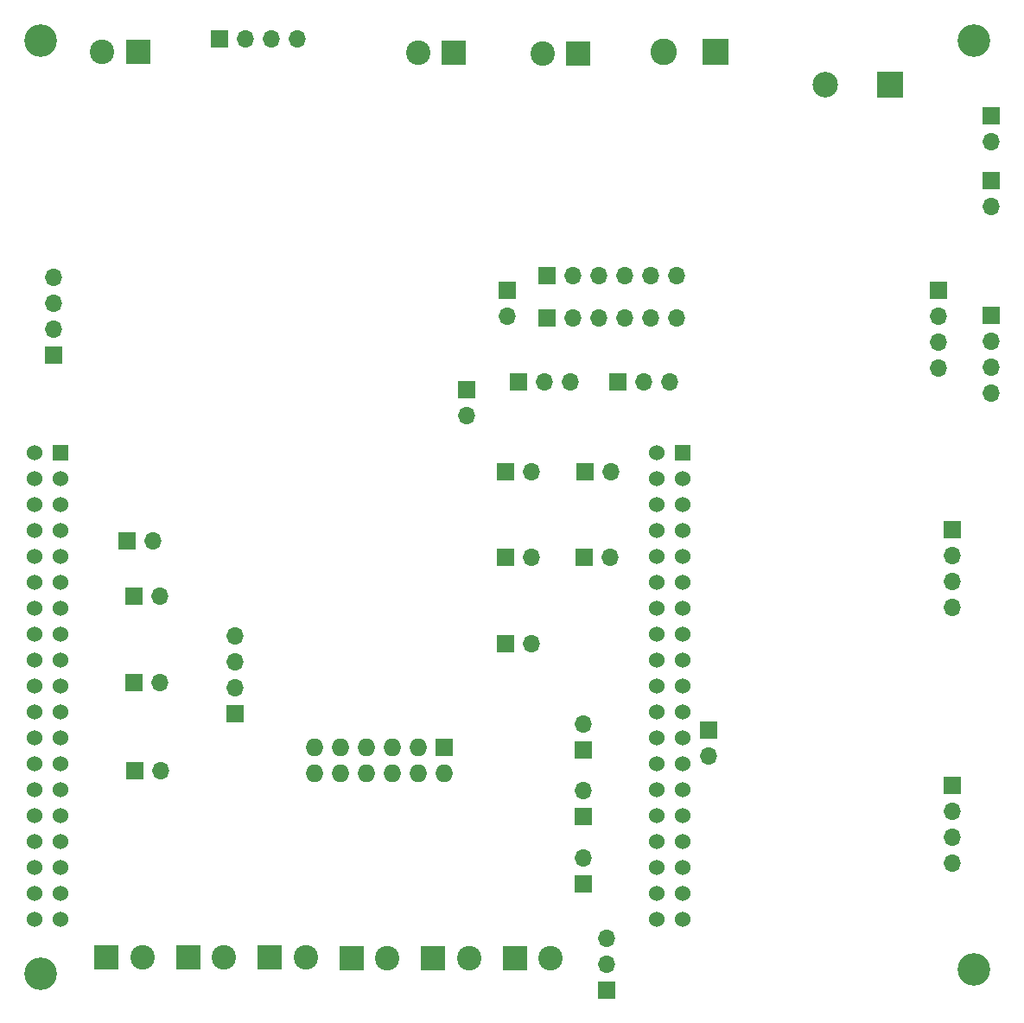
<source format=gbs>
%TF.GenerationSoftware,KiCad,Pcbnew,6.0.0-unknown-952108d~86~ubuntu19.04.1*%
%TF.CreationDate,2019-05-19T01:32:47-07:00*%
%TF.ProjectId,PrntrBoardV1,50726e74-7242-46f6-9172-6456312e6b69,rev?*%
%TF.SameCoordinates,PX1303eb8PY7093f24*%
%TF.FileFunction,Soldermask,Bot*%
%TF.FilePolarity,Negative*%
%FSLAX46Y46*%
G04 Gerber Fmt 4.6, Leading zero omitted, Abs format (unit mm)*
G04 Created by KiCad (PCBNEW 6.0.0-unknown-952108d~86~ubuntu19.04.1) date 2019-05-19 01:32:47*
%MOMM*%
%LPD*%
G04 APERTURE LIST*
%ADD10O,1.700000X1.700000*%
%ADD11R,1.700000X1.700000*%
%ADD12C,2.500000*%
%ADD13R,2.500000X2.500000*%
%ADD14O,1.727200X1.727200*%
%ADD15R,1.727200X1.727200*%
%ADD16C,1.524000*%
%ADD17R,1.524000X1.524000*%
%ADD18C,3.200000*%
%ADD19R,2.600000X2.600000*%
%ADD20C,2.600000*%
%ADD21R,2.400000X2.400000*%
%ADD22C,2.400000*%
G04 APERTURE END LIST*
D10*
X49311000Y68046500D03*
D11*
X49311000Y70586500D03*
D10*
X45311000Y58296500D03*
D11*
X45311000Y60836500D03*
D12*
X80511000Y90746500D03*
D13*
X86861000Y90746500D03*
D14*
X30416500Y23241000D03*
X30416500Y25781000D03*
X32956500Y23241000D03*
X32956500Y25781000D03*
X35496500Y23241000D03*
X35496500Y25781000D03*
X38036500Y23241000D03*
X38036500Y25781000D03*
X40576500Y23241000D03*
X40576500Y25781000D03*
X43116500Y23241000D03*
D15*
X43116500Y25781000D03*
D10*
X96710500Y78803500D03*
D11*
X96710500Y81343500D03*
D10*
X96710500Y85153500D03*
D11*
X96710500Y87693500D03*
D16*
X63981000Y54616500D03*
X63981000Y52076500D03*
X63981000Y49536500D03*
X63981000Y46996500D03*
X63981000Y44456500D03*
X63981000Y41916500D03*
X63981000Y39376500D03*
X63981000Y36836500D03*
X63981000Y34296500D03*
X63981000Y31756500D03*
X63981000Y29216500D03*
X63981000Y26676500D03*
X63981000Y24136500D03*
X63981000Y21596500D03*
X63981000Y19056500D03*
X63981000Y16516500D03*
X63981000Y13976500D03*
X63981000Y11436500D03*
D17*
X66521000Y54616500D03*
D16*
X66521000Y52076500D03*
X66521000Y49536500D03*
X66521000Y46996500D03*
X66521000Y44456500D03*
X66521000Y41916500D03*
X66521000Y39376500D03*
X66521000Y36836500D03*
X66521000Y34296500D03*
X66521000Y31756500D03*
X66521000Y29216500D03*
X66521000Y26676500D03*
X66521000Y24136500D03*
X66521000Y21596500D03*
X66521000Y19056500D03*
X66521000Y16516500D03*
X66521000Y13976500D03*
X66521000Y11436500D03*
D17*
X5561000Y54616500D03*
D16*
X5561000Y52076500D03*
X5561000Y49536500D03*
X5561000Y46996500D03*
X5561000Y44456500D03*
X5561000Y41916500D03*
X5561000Y39376500D03*
X5561000Y36836500D03*
X5561000Y34296500D03*
X5561000Y31756500D03*
X5561000Y29216500D03*
X5561000Y26676500D03*
X5561000Y24136500D03*
X5561000Y21596500D03*
X5561000Y19056500D03*
X5561000Y16516500D03*
X5561000Y13976500D03*
X5561000Y11436500D03*
X3021000Y54616500D03*
X3021000Y52076500D03*
X3021000Y49536500D03*
X3021000Y46996500D03*
X3021000Y44456500D03*
X3021000Y41916500D03*
X3021000Y39376500D03*
X3021000Y36836500D03*
X3021000Y34296500D03*
X3021000Y31756500D03*
X3021000Y29216500D03*
X3021000Y26676500D03*
X3021000Y24136500D03*
X3021000Y21596500D03*
X3021000Y19056500D03*
X3021000Y16516500D03*
X3021000Y13976500D03*
X3021000Y11436500D03*
X5561000Y8896500D03*
X3021000Y8896500D03*
X63981000Y8896500D03*
X66521000Y8896500D03*
D10*
X55549800Y61582300D03*
X53009800Y61582300D03*
D11*
X50469800Y61582300D03*
D10*
X65252600Y61633100D03*
X62712600Y61633100D03*
D11*
X60172600Y61633100D03*
D10*
X65963800Y67830700D03*
X63423800Y67830700D03*
X60883800Y67830700D03*
X58343800Y67830700D03*
X55803800Y67830700D03*
D11*
X53263800Y67830700D03*
D10*
X65913000Y71970900D03*
X63373000Y71970900D03*
X60833000Y71970900D03*
X58293000Y71970900D03*
X55753000Y71970900D03*
D11*
X53213000Y71970900D03*
D10*
X14601000Y46046500D03*
D11*
X12061000Y46046500D03*
D10*
X69061000Y24896500D03*
D11*
X69061000Y27436500D03*
D18*
X3619500Y3619500D03*
D19*
X69710300Y93916500D03*
D20*
X64630300Y93916500D03*
D21*
X44094400Y93891100D03*
D22*
X40594400Y93891100D03*
D21*
X56299100Y93738700D03*
D22*
X52799100Y93738700D03*
D21*
X10061000Y5168900D03*
D22*
X13561000Y5168900D03*
D21*
X42061000Y5157000D03*
D22*
X45561000Y5157000D03*
D21*
X50061000Y5157000D03*
D22*
X53561000Y5157000D03*
D21*
X34061000Y5157000D03*
D22*
X37561000Y5157000D03*
D21*
X18061000Y5165600D03*
D22*
X21561000Y5165600D03*
D21*
X13161000Y93916500D03*
D22*
X9661000Y93916500D03*
D21*
X26061000Y5168900D03*
D22*
X29561000Y5168900D03*
D10*
X51702000Y44388000D03*
D11*
X49162000Y44388000D03*
D10*
X51714700Y35967900D03*
D11*
X49174700Y35967900D03*
D10*
X56757400Y21534700D03*
D11*
X56757400Y18994700D03*
D10*
X56757400Y14956100D03*
D11*
X56757400Y12416100D03*
D10*
X59436300Y44362600D03*
D11*
X56896300Y44362600D03*
D10*
X51702000Y52770000D03*
D11*
X49162000Y52770000D03*
D10*
X15278600Y32101900D03*
D11*
X12738600Y32101900D03*
D10*
X59474400Y52770000D03*
D11*
X56934400Y52770000D03*
D10*
X56782800Y28075200D03*
D11*
X56782800Y25535200D03*
D10*
X15316700Y40623600D03*
D11*
X12776700Y40623600D03*
D10*
X15392900Y23516700D03*
D11*
X12852900Y23516700D03*
D10*
X59061000Y7086500D03*
X59061000Y4546500D03*
D11*
X59061000Y2006500D03*
D10*
X92938600Y39509700D03*
X92938600Y42049700D03*
X92938600Y44589700D03*
D11*
X92938600Y47129700D03*
D10*
X91561000Y62906500D03*
X91561000Y65446500D03*
X91561000Y67986500D03*
D11*
X91561000Y70526500D03*
D10*
X96761000Y60456500D03*
X96761000Y62996500D03*
X96761000Y65536500D03*
D11*
X96761000Y68076500D03*
D10*
X92938600Y14465300D03*
X92938600Y17005300D03*
X92938600Y19545300D03*
D11*
X92938600Y22085300D03*
D10*
X4905800Y71864900D03*
X4905800Y69324900D03*
X4905800Y66784900D03*
D11*
X4905800Y64244900D03*
D10*
X22661000Y36716500D03*
X22661000Y34176500D03*
X22661000Y31636500D03*
D11*
X22661000Y29096500D03*
D10*
X28757800Y95214500D03*
X26217800Y95214500D03*
X23677800Y95214500D03*
D11*
X21137800Y95214500D03*
D18*
X95061000Y95046500D03*
X3619500Y95046500D03*
X95061000Y4046500D03*
M02*

</source>
